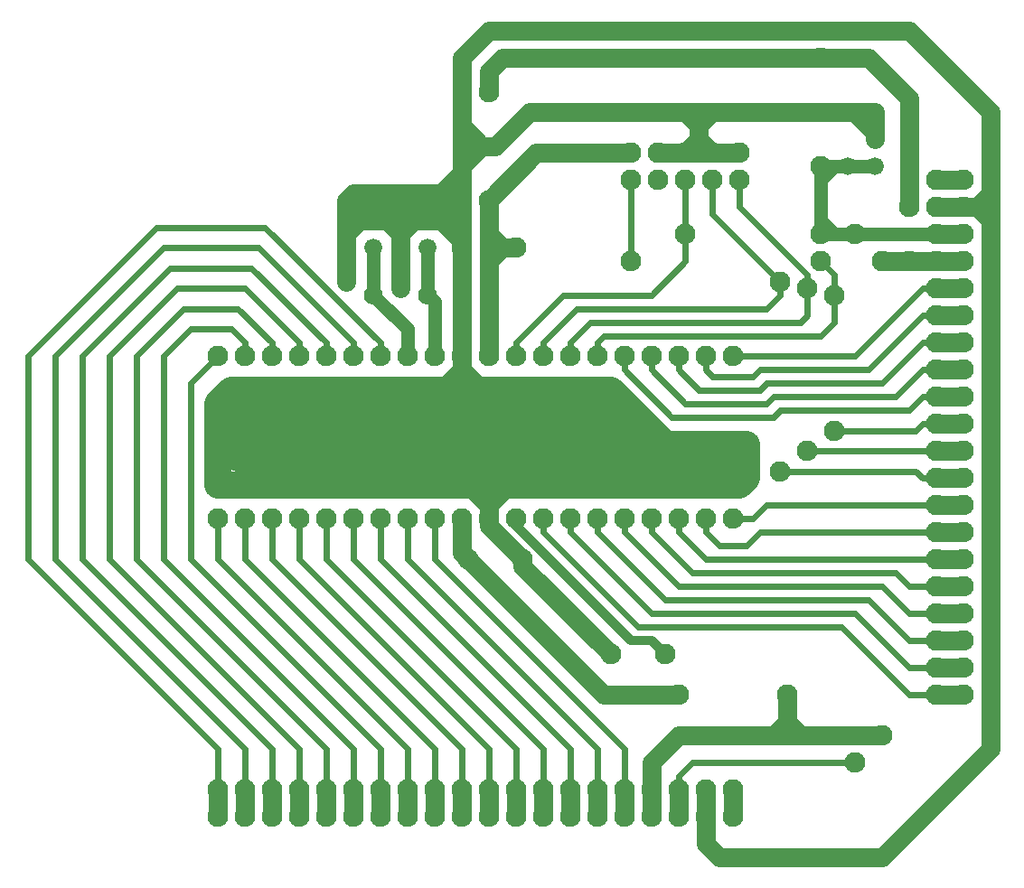
<source format=gbr>
G75*
G70*
%OFA0B0*%
%FSLAX24Y24*%
%IPPOS*%
%LPD*%
%AMOC8*
5,1,8,0,0,1.08239X$1,22.5*
%
%ADD10O,0.0320X0.0640*%
%ADD11OC8,0.0600*%
%ADD12C,0.0760*%
%ADD13OC8,0.0560*%
%ADD14OC8,0.0520*%
%ADD15C,0.0660*%
%ADD16C,0.0700*%
%ADD17C,0.0700*%
%ADD18C,0.0240*%
%ADD19C,0.0500*%
%ADD20C,0.1000*%
%ADD21C,0.0320*%
D10*
X010375Y015505D03*
X011375Y015505D03*
X012375Y015505D03*
X013375Y015505D03*
X014375Y015505D03*
X015375Y015505D03*
X016375Y015505D03*
X017375Y015505D03*
X018375Y015505D03*
X019375Y015505D03*
X020375Y015505D03*
X021375Y015505D03*
X022375Y015505D03*
X023375Y015505D03*
X024375Y015505D03*
X025375Y015505D03*
X026375Y015505D03*
X027375Y015505D03*
X028375Y015505D03*
X029375Y015505D03*
X029375Y021505D03*
X028375Y021505D03*
X027375Y021505D03*
X026375Y021505D03*
X025375Y021505D03*
X024375Y021505D03*
X023375Y021505D03*
X022375Y021505D03*
X021375Y021505D03*
X020375Y021505D03*
X019375Y021505D03*
X018375Y021505D03*
X017375Y021505D03*
X016375Y021505D03*
X015375Y021505D03*
X014375Y021505D03*
X013375Y021505D03*
X012375Y021505D03*
X011375Y021505D03*
X010375Y021505D03*
D11*
X010375Y005505D03*
X011375Y005505D03*
X012375Y005505D03*
X013375Y005505D03*
X014375Y005505D03*
X015375Y005505D03*
X016375Y005505D03*
X017375Y005505D03*
X018375Y005505D03*
X019375Y005505D03*
X020375Y005505D03*
X021375Y005505D03*
X022375Y005505D03*
X023375Y005505D03*
X024375Y005505D03*
X025375Y005505D03*
X026375Y005505D03*
X027375Y005505D03*
X028375Y005505D03*
X029375Y005505D03*
X029375Y004505D03*
X028375Y004505D03*
X027375Y004505D03*
X026375Y004505D03*
X025375Y004505D03*
X024375Y004505D03*
X023375Y004505D03*
X022375Y004505D03*
X021375Y004505D03*
X020375Y004505D03*
X019375Y004505D03*
X018375Y004505D03*
X017375Y004505D03*
X016375Y004505D03*
X015375Y004505D03*
X014375Y004505D03*
X013375Y004505D03*
X012375Y004505D03*
X011375Y004505D03*
X010375Y004505D03*
X036875Y009005D03*
X037875Y009005D03*
X037875Y010005D03*
X036875Y010005D03*
X036875Y011005D03*
X037875Y011005D03*
X037875Y012005D03*
X036875Y012005D03*
X036875Y013005D03*
X037875Y013005D03*
X037875Y014005D03*
X036875Y014005D03*
X036875Y015005D03*
X037875Y015005D03*
X037875Y016005D03*
X037875Y017005D03*
X036875Y017005D03*
X036875Y016005D03*
X036875Y018005D03*
X037875Y018005D03*
X037875Y019005D03*
X036875Y019005D03*
X036875Y020005D03*
X037875Y020005D03*
X037875Y021005D03*
X036875Y021005D03*
X036875Y022005D03*
X037875Y022005D03*
X037875Y023005D03*
X036875Y023005D03*
X036875Y024005D03*
X036875Y025005D03*
X037875Y025005D03*
X037875Y024005D03*
X037875Y026005D03*
X036875Y026005D03*
X036875Y027005D03*
X037875Y027005D03*
X037875Y028005D03*
X036875Y028005D03*
D12*
X010375Y004505D03*
X011375Y004505D03*
X011375Y005505D03*
X010375Y005505D03*
X012375Y005505D03*
X013375Y005505D03*
X014375Y005505D03*
X015375Y005505D03*
X016375Y005505D03*
X017375Y005505D03*
X018375Y005505D03*
X019375Y005505D03*
X020375Y005505D03*
X021375Y005505D03*
X022375Y005505D03*
X023375Y005505D03*
X024375Y005505D03*
X025375Y005505D03*
X026375Y005505D03*
X027375Y005505D03*
X028375Y005505D03*
X029375Y005505D03*
X029375Y004505D03*
X028375Y004505D03*
X027375Y004505D03*
X026375Y004505D03*
X025375Y004505D03*
X024375Y004505D03*
X023375Y004505D03*
X022375Y004505D03*
X021375Y004505D03*
X020375Y004505D03*
X019375Y004505D03*
X018375Y004505D03*
X017375Y004505D03*
X016375Y004505D03*
X015375Y004505D03*
X014375Y004505D03*
X013375Y004505D03*
X012375Y004505D03*
X019625Y014005D03*
X019375Y015505D03*
X018375Y015505D03*
X017375Y015505D03*
X016375Y015505D03*
X015375Y015505D03*
X014375Y015505D03*
X013375Y015505D03*
X012375Y015505D03*
X011375Y015505D03*
X010375Y015505D03*
X010375Y021505D03*
X011375Y021505D03*
X012375Y021505D03*
X013375Y021505D03*
X014375Y021505D03*
X015375Y021505D03*
X016375Y021505D03*
X017375Y021505D03*
X018375Y021505D03*
X019375Y021505D03*
X020375Y021505D03*
X021375Y021505D03*
X022375Y021505D03*
X023375Y021505D03*
X024375Y021505D03*
X025375Y021505D03*
X026375Y021505D03*
X027375Y021505D03*
X028375Y021505D03*
X029375Y021505D03*
X031125Y024255D03*
X032125Y024005D03*
X032625Y025005D03*
X032625Y026005D03*
X033875Y026005D03*
X034875Y025005D03*
X035875Y025005D03*
X036875Y025005D03*
X036875Y025005D03*
X037875Y025005D03*
X037875Y025005D03*
X037875Y024005D03*
X037875Y024005D03*
X036875Y024005D03*
X036875Y024005D03*
X036875Y023005D03*
X036875Y023005D03*
X037875Y023005D03*
X037875Y023005D03*
X037875Y022005D03*
X037875Y022005D03*
X036875Y022005D03*
X036875Y022005D03*
X036875Y021005D03*
X036875Y021005D03*
X037875Y021005D03*
X037875Y021005D03*
X037875Y020005D03*
X037875Y020005D03*
X036875Y020005D03*
X036875Y020005D03*
X036875Y019005D03*
X036875Y019005D03*
X037875Y019005D03*
X037875Y019005D03*
X037875Y018005D03*
X037875Y018005D03*
X036875Y018005D03*
X036875Y018005D03*
X036875Y017005D03*
X036875Y017005D03*
X037875Y017005D03*
X037875Y017005D03*
X037875Y016005D03*
X037875Y016005D03*
X036875Y016005D03*
X036875Y016005D03*
X036875Y015005D03*
X036875Y015005D03*
X037875Y015005D03*
X037875Y015005D03*
X037875Y014005D03*
X037875Y014005D03*
X036875Y014005D03*
X036875Y014005D03*
X036875Y013005D03*
X036875Y013005D03*
X037875Y013005D03*
X037875Y013005D03*
X037875Y012005D03*
X037875Y012005D03*
X036875Y012005D03*
X036875Y012005D03*
X036875Y011005D03*
X036875Y011005D03*
X037875Y011005D03*
X037875Y011005D03*
X037875Y010005D03*
X037875Y010005D03*
X036875Y010005D03*
X036875Y010005D03*
X036875Y009005D03*
X036875Y009005D03*
X037875Y009005D03*
X037875Y009005D03*
X034875Y007505D03*
X033875Y006505D03*
X031375Y009005D03*
X027375Y009005D03*
X026875Y010505D03*
X024875Y010505D03*
X021625Y014005D03*
X021375Y015505D03*
X020375Y015505D03*
X022375Y015505D03*
X023375Y015505D03*
X024375Y015505D03*
X025375Y015505D03*
X026375Y015505D03*
X027375Y015505D03*
X028375Y015505D03*
X029375Y015505D03*
X031125Y017255D03*
X032125Y018005D03*
X033125Y018755D03*
X033125Y023755D03*
X035875Y027005D03*
X036875Y027005D03*
X036875Y027005D03*
X037875Y027005D03*
X037875Y027005D03*
X037875Y028005D03*
X037875Y028005D03*
X036875Y028005D03*
X036875Y028005D03*
X036875Y026005D03*
X036875Y026005D03*
X037875Y026005D03*
X037875Y026005D03*
X032625Y028505D03*
X029625Y029005D03*
X028625Y029005D03*
X027625Y029005D03*
X026625Y029005D03*
X025625Y029005D03*
X025625Y028005D03*
X026625Y028005D03*
X027625Y028005D03*
X028625Y028005D03*
X029625Y028005D03*
X027625Y026005D03*
X025625Y025005D03*
X021375Y025505D03*
X019375Y025505D03*
X020375Y027255D03*
X020375Y031255D03*
X032625Y032505D03*
D13*
X029625Y029005D03*
X028625Y029005D03*
X027625Y029005D03*
X026625Y029005D03*
X025625Y029005D03*
X025625Y028005D03*
X026625Y028005D03*
X027625Y028005D03*
X028625Y028005D03*
X029625Y028005D03*
D14*
X021375Y025505D03*
X019375Y025505D03*
X019625Y014005D03*
X021625Y014005D03*
X024875Y010505D03*
X026875Y010505D03*
D15*
X018125Y025505D03*
X018125Y026505D03*
X018125Y027505D03*
X016125Y027505D03*
X016125Y026505D03*
X016125Y025505D03*
X033625Y028505D03*
X034625Y028505D03*
X034625Y029505D03*
X034625Y030505D03*
X033625Y032505D03*
D16*
X018125Y023755D03*
X016125Y023755D03*
D17*
X017125Y024005D02*
X017125Y026005D01*
X017625Y026505D01*
X018125Y026505D01*
X018625Y026505D01*
X019375Y025755D01*
X019375Y026505D01*
X019375Y027005D01*
X017875Y027005D01*
X018125Y027005D01*
X018125Y027505D01*
X018625Y027505D01*
X019375Y028255D01*
X019375Y028505D01*
X020125Y029255D01*
X019375Y030005D01*
X019375Y032505D01*
X020375Y033505D01*
X035875Y033505D01*
X038875Y030505D01*
X038875Y027505D01*
X038875Y026505D01*
X038375Y027005D01*
X038875Y027505D01*
X038375Y027005D02*
X037875Y027005D01*
X036875Y027005D01*
X036875Y028005D02*
X037875Y028005D01*
X038875Y026505D02*
X038875Y007005D01*
X034875Y003005D01*
X028875Y003005D01*
X028375Y003505D01*
X028375Y004505D01*
X028375Y005505D01*
X027375Y005505D02*
X027375Y004505D01*
X026375Y004505D02*
X026375Y005505D01*
X026375Y006505D01*
X027375Y007505D01*
X030875Y007505D01*
X031375Y008005D01*
X031375Y007505D01*
X030875Y007505D01*
X031375Y007505D02*
X031875Y007505D01*
X031375Y008005D01*
X031375Y009005D01*
X031875Y007505D02*
X034875Y007505D01*
X036875Y009005D02*
X037875Y009005D01*
X037875Y010005D02*
X036875Y010005D01*
X036875Y011005D02*
X037875Y011005D01*
X037875Y012005D02*
X036875Y012005D01*
X036875Y013005D02*
X037875Y013005D01*
X037875Y014005D02*
X036875Y014005D01*
X036875Y015005D02*
X037875Y015005D01*
X037875Y016005D02*
X036875Y016005D01*
X036875Y017005D02*
X037875Y017005D01*
X037875Y018005D02*
X036875Y018005D01*
X036875Y019005D02*
X037875Y019005D01*
X037875Y020005D02*
X036875Y020005D01*
X036875Y021005D02*
X037875Y021005D01*
X037875Y022005D02*
X036875Y022005D01*
X036875Y023005D02*
X037875Y023005D01*
X037875Y024005D02*
X036875Y024005D01*
X036875Y025005D02*
X035875Y025005D01*
X034875Y025005D01*
X036875Y025005D02*
X037875Y025005D01*
X037875Y026005D02*
X036875Y026005D01*
X035875Y027005D02*
X035875Y031005D01*
X034375Y032505D01*
X020875Y032505D01*
X020375Y032005D01*
X020375Y031255D01*
X019375Y030005D02*
X019375Y029255D01*
X020125Y029255D01*
X020625Y029255D01*
X021875Y030505D01*
X027625Y030505D01*
X028625Y030505D01*
X028125Y030005D01*
X028125Y029505D01*
X028625Y029005D01*
X029625Y029005D01*
X028625Y029005D02*
X028125Y029005D01*
X028125Y029505D01*
X027625Y029005D01*
X028125Y029005D01*
X027625Y029005D02*
X026625Y029005D01*
X025625Y029005D02*
X022125Y029005D01*
X020375Y027255D01*
X020375Y026005D01*
X020875Y025505D01*
X020375Y025005D01*
X020375Y025505D01*
X020875Y025505D01*
X021375Y025505D01*
X020375Y025505D02*
X020375Y026005D01*
X020375Y025005D02*
X020375Y021505D01*
X019375Y021505D02*
X019375Y021005D01*
X020125Y020255D01*
X019375Y020255D02*
X019375Y019505D01*
X019375Y019005D01*
X019625Y018755D01*
X019875Y018505D01*
X020375Y018005D01*
X020375Y016755D01*
X020375Y016005D01*
X021125Y016755D01*
X020375Y016005D02*
X019625Y016755D01*
X020375Y016005D02*
X020375Y015505D01*
X020375Y015255D01*
X021625Y014005D01*
X021625Y013755D01*
X024875Y010505D01*
X024625Y009005D02*
X019625Y014005D01*
X019375Y014255D01*
X019375Y015505D01*
X019375Y020255D02*
X019375Y021005D01*
X018625Y020255D01*
X019375Y021505D02*
X019375Y025755D01*
X019375Y026505D02*
X018625Y026505D01*
X018125Y026505D02*
X018125Y027005D01*
X017875Y027005D02*
X016125Y027005D01*
X016125Y027505D01*
X015375Y027505D01*
X015125Y027255D01*
X015125Y027005D01*
X015875Y027005D01*
X016125Y027005D02*
X016125Y026505D01*
X015625Y026505D01*
X015125Y026005D01*
X015125Y027005D01*
X015125Y026005D02*
X015125Y024255D01*
X017125Y026005D02*
X016625Y026505D01*
X017625Y026505D01*
X017125Y026005D02*
X017125Y027505D01*
X018125Y027505D02*
X016125Y027505D01*
X016125Y026505D02*
X016625Y026505D01*
X018625Y027505D02*
X019375Y027505D01*
X019375Y028005D01*
X019375Y028255D01*
X019375Y028505D02*
X019375Y029255D01*
X019375Y027505D02*
X019375Y027005D01*
X019375Y026755D01*
X019375Y026505D01*
X027625Y030505D02*
X028125Y030005D01*
X028625Y030505D02*
X033875Y030505D01*
X034625Y029755D01*
X034625Y030505D01*
X033875Y030505D01*
X034625Y029755D02*
X034625Y029505D01*
X027375Y009005D02*
X024625Y009005D01*
X024375Y005505D02*
X024375Y004505D01*
X023375Y004505D02*
X023375Y005505D01*
X022375Y005505D02*
X022375Y004505D01*
X021375Y004505D02*
X021375Y005505D01*
X020375Y005505D02*
X020375Y004505D01*
X019375Y004505D02*
X019375Y005505D01*
X018375Y005505D02*
X018375Y004505D01*
X017375Y004505D02*
X017375Y005505D01*
X016375Y005505D02*
X016375Y004505D01*
X015375Y004505D02*
X015375Y005505D01*
X014375Y005505D02*
X014375Y004505D01*
X013375Y004505D02*
X013375Y005505D01*
X012375Y005505D02*
X012375Y004505D01*
X011375Y004505D02*
X011375Y005505D01*
X010375Y005505D02*
X010375Y004505D01*
X025375Y004505D02*
X025375Y005505D01*
X029375Y005505D02*
X029375Y004505D01*
D18*
X027375Y005505D02*
X027375Y006005D01*
X027875Y006505D01*
X033875Y006505D01*
X035875Y009005D02*
X033375Y011505D01*
X025875Y011505D01*
X022375Y015005D01*
X022375Y015505D01*
X023375Y015505D02*
X023375Y015005D01*
X026375Y012005D01*
X033875Y012005D01*
X035875Y010005D01*
X036875Y010005D01*
X036875Y011005D02*
X035875Y011005D01*
X034375Y012505D01*
X026875Y012505D01*
X024375Y015005D01*
X024375Y015505D01*
X025375Y015505D02*
X025375Y015005D01*
X027375Y013005D01*
X034875Y013005D01*
X035875Y012005D01*
X036875Y012005D01*
X036875Y013005D02*
X035875Y013005D01*
X035375Y013505D01*
X027875Y013505D01*
X026375Y015005D01*
X026375Y015505D01*
X027375Y015505D02*
X027375Y015005D01*
X028375Y014005D01*
X036875Y014005D01*
X036875Y015005D02*
X030375Y015005D01*
X029875Y014505D01*
X028875Y014505D01*
X028375Y015005D01*
X028375Y015505D01*
X029375Y015505D02*
X030125Y015505D01*
X030625Y016005D01*
X036875Y016005D01*
X036875Y017005D02*
X036375Y017005D01*
X036125Y017255D01*
X031125Y017255D01*
X032125Y018005D02*
X036875Y018005D01*
X036125Y018755D02*
X033125Y018755D01*
X031125Y019505D02*
X035875Y019505D01*
X036375Y020005D01*
X036875Y020005D01*
X036875Y021005D02*
X036375Y021005D01*
X035375Y020005D01*
X030875Y020005D01*
X030625Y019755D01*
X027625Y019755D01*
X026375Y021005D01*
X026375Y021505D01*
X027375Y021505D02*
X027375Y021005D01*
X028125Y020255D01*
X030375Y020255D01*
X030625Y020505D01*
X034875Y020505D01*
X036375Y022005D01*
X036875Y022005D01*
X036875Y023005D02*
X036375Y023005D01*
X034375Y021005D01*
X030375Y021005D01*
X030125Y020755D01*
X028625Y020755D01*
X028375Y021005D01*
X028375Y021505D01*
X029375Y021505D02*
X033875Y021505D01*
X036375Y024005D01*
X036875Y024005D01*
X033125Y023755D02*
X033125Y022755D01*
X032625Y022255D01*
X024625Y022255D01*
X024375Y022005D01*
X024375Y021505D01*
X023375Y021505D02*
X023375Y022005D01*
X024125Y022755D01*
X031875Y022755D01*
X032125Y023005D01*
X032125Y024005D01*
X032125Y024505D01*
X029625Y027005D01*
X029625Y028005D01*
X028625Y028005D02*
X028625Y026755D01*
X031125Y024255D01*
X031125Y023755D01*
X030625Y023255D01*
X023625Y023255D01*
X022375Y022005D01*
X022375Y021505D01*
X021375Y021505D02*
X021375Y022005D01*
X023125Y023755D01*
X026375Y023755D01*
X027625Y025005D01*
X027625Y026005D01*
X027625Y028005D01*
X025625Y028005D02*
X025625Y025005D01*
X025375Y021505D02*
X025375Y021005D01*
X027125Y019255D01*
X030875Y019255D01*
X031125Y019505D01*
X033125Y023755D02*
X033125Y024505D01*
X032625Y025005D01*
X036375Y019005D02*
X036125Y018755D01*
X036375Y019005D02*
X036875Y019005D01*
X036875Y009005D02*
X035875Y009005D01*
X025375Y007005D02*
X025375Y005505D01*
X024375Y005505D02*
X024375Y007005D01*
X017375Y014005D01*
X017375Y015505D01*
X018375Y015505D02*
X018375Y014005D01*
X025375Y007005D01*
X023375Y007005D02*
X023375Y005505D01*
X022375Y005505D02*
X022375Y007005D01*
X015375Y014005D01*
X015375Y015505D01*
X016375Y015505D02*
X016375Y014005D01*
X023375Y007005D01*
X021375Y007005D02*
X021375Y005505D01*
X020375Y005505D02*
X020375Y007005D01*
X013375Y014005D01*
X013375Y015505D01*
X012375Y015505D02*
X012375Y014005D01*
X019375Y007005D01*
X019375Y005505D01*
X018375Y005505D02*
X018375Y007005D01*
X011375Y014005D01*
X011375Y015505D01*
X010375Y015505D02*
X010375Y014005D01*
X017375Y007005D01*
X017375Y005505D01*
X016375Y005505D02*
X016375Y007005D01*
X009375Y014005D01*
X009375Y020505D01*
X010375Y021505D01*
X011375Y021505D02*
X011375Y022005D01*
X010875Y022505D01*
X009375Y022505D01*
X008375Y021505D01*
X008375Y014005D01*
X015375Y007005D01*
X015375Y005505D01*
X014375Y005505D02*
X014375Y007005D01*
X007375Y014005D01*
X007375Y021505D01*
X009125Y023255D01*
X011125Y023255D01*
X012375Y022005D01*
X012375Y021505D01*
X013375Y021505D02*
X013375Y022005D01*
X011375Y024005D01*
X008875Y024005D01*
X006375Y021505D01*
X006375Y014005D01*
X013375Y007005D01*
X013375Y005505D01*
X012375Y005505D02*
X012375Y007005D01*
X005375Y014005D01*
X005375Y021505D01*
X008625Y024755D01*
X011625Y024755D01*
X014375Y022005D01*
X014375Y021505D01*
X015375Y021505D02*
X015375Y022005D01*
X011875Y025505D01*
X008375Y025505D01*
X004375Y021505D01*
X004375Y014005D01*
X011375Y007005D01*
X011375Y005505D01*
X010375Y005505D02*
X010375Y007005D01*
X003375Y014005D01*
X003375Y021505D01*
X008125Y026255D01*
X012125Y026255D01*
X016375Y022005D01*
X016375Y021505D01*
X014375Y015505D02*
X014375Y014005D01*
X021375Y007005D01*
D19*
X018375Y021505D02*
X018375Y023505D01*
X018125Y023755D01*
X018125Y025505D01*
X019375Y026755D02*
X018875Y027255D01*
X018375Y027255D01*
X018625Y027505D01*
X018875Y027505D01*
X019375Y028005D01*
X019375Y027505D02*
X018875Y027505D01*
X019375Y027005D01*
X018375Y027255D02*
X018125Y027005D01*
X017625Y027505D01*
X018125Y027505D01*
X017625Y027505D02*
X017125Y027505D01*
X016625Y027505D01*
X016125Y027005D01*
X016125Y027505D02*
X016625Y027505D01*
X016125Y025505D02*
X016125Y023755D01*
X017375Y022505D01*
X017375Y021505D01*
X032625Y026005D02*
X032625Y026505D01*
X033125Y026005D01*
X032625Y026005D01*
X032625Y026505D02*
X032625Y028005D01*
X033125Y028505D01*
X032625Y028505D01*
X032625Y028005D01*
X033125Y028505D02*
X033625Y028505D01*
X034625Y028505D01*
X033875Y026005D02*
X033125Y026005D01*
X033875Y026005D02*
X036875Y026005D01*
D20*
X029875Y018255D02*
X026875Y018255D01*
X026625Y018505D01*
X019875Y018505D01*
X019625Y018755D02*
X011625Y018755D01*
X011125Y019505D02*
X011125Y017755D01*
X020125Y017755D01*
X029375Y017755D01*
X029875Y018255D02*
X029875Y017005D01*
X029625Y016755D01*
X021125Y016755D01*
X020375Y016755D01*
X019625Y016755D01*
X010375Y016755D01*
X010375Y019755D01*
X010875Y020255D01*
X018625Y020255D01*
X019375Y020255D01*
X020125Y020255D01*
X024875Y020255D01*
X025625Y019505D01*
X019625Y019505D01*
X019375Y019505D02*
X011125Y019505D01*
X020125Y017755D02*
X020625Y017755D01*
X025625Y019505D02*
X026625Y018505D01*
D21*
X021375Y015505D02*
X021375Y015255D01*
X025625Y011005D01*
X026375Y011005D01*
X026875Y010505D01*
M02*

</source>
